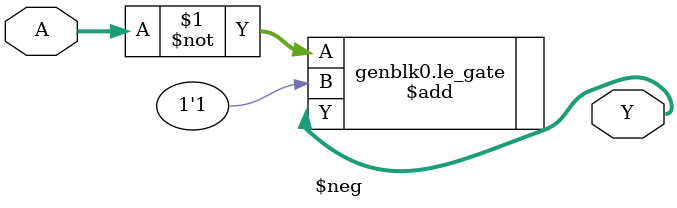
<source format=v>
module \$neg (A,  Y);

    parameter A_SIGNED = 0;
    parameter A_WIDTH = 0;
    parameter Y_WIDTH = 0;
    // add missing parameters used by the instantiated \$add
    parameter B_SIGNED = 0;
    parameter B_WIDTH = Y_WIDTH;

    input [A_WIDTH-1:0] A;
    output [Y_WIDTH-1:0] Y;

    generate begin
        \$add #(
            .A_SIGNED(A_SIGNED),
            .B_SIGNED(B_SIGNED),
            .A_WIDTH(A_WIDTH),
            .B_WIDTH(B_WIDTH),
            .Y_WIDTH(Y_WIDTH)
        ) le_gate (
            .A(~A),
            // construct a constant with Y_WIDTH-1 zeros and a trailing 1
            .B({ {(Y_WIDTH-1){1'b0}}, 1'b1 }),
            .Y(Y)
        );

    end endgenerate
endmodule

</source>
